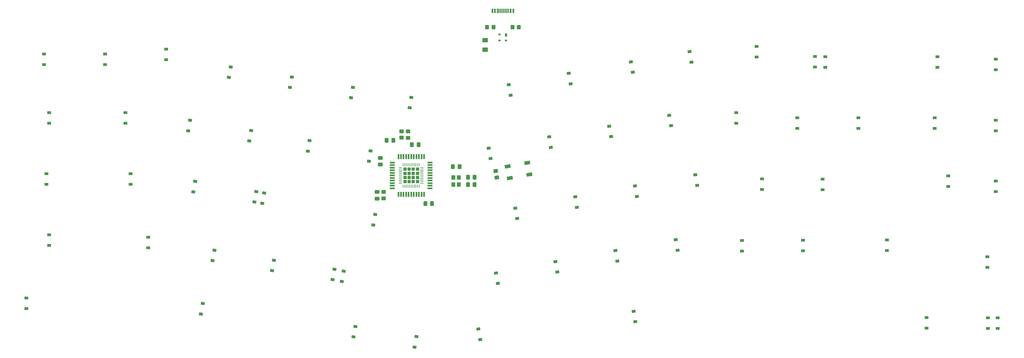
<source format=gbr>
%TF.GenerationSoftware,KiCad,Pcbnew,(6.0.1)*%
%TF.CreationDate,2022-01-26T13:37:34+07:00*%
%TF.ProjectId,Maja V1 PCB Redesign,4d616a61-2056-4312-9050-434220526564,rev?*%
%TF.SameCoordinates,Original*%
%TF.FileFunction,Paste,Bot*%
%TF.FilePolarity,Positive*%
%FSLAX46Y46*%
G04 Gerber Fmt 4.6, Leading zero omitted, Abs format (unit mm)*
G04 Created by KiCad (PCBNEW (6.0.1)) date 2022-01-26 13:37:34*
%MOMM*%
%LPD*%
G01*
G04 APERTURE LIST*
G04 Aperture macros list*
%AMRoundRect*
0 Rectangle with rounded corners*
0 $1 Rounding radius*
0 $2 $3 $4 $5 $6 $7 $8 $9 X,Y pos of 4 corners*
0 Add a 4 corners polygon primitive as box body*
4,1,4,$2,$3,$4,$5,$6,$7,$8,$9,$2,$3,0*
0 Add four circle primitives for the rounded corners*
1,1,$1+$1,$2,$3*
1,1,$1+$1,$4,$5*
1,1,$1+$1,$6,$7*
1,1,$1+$1,$8,$9*
0 Add four rect primitives between the rounded corners*
20,1,$1+$1,$2,$3,$4,$5,0*
20,1,$1+$1,$4,$5,$6,$7,0*
20,1,$1+$1,$6,$7,$8,$9,0*
20,1,$1+$1,$8,$9,$2,$3,0*%
%AMRotRect*
0 Rectangle, with rotation*
0 The origin of the aperture is its center*
0 $1 length*
0 $2 width*
0 $3 Rotation angle, in degrees counterclockwise*
0 Add horizontal line*
21,1,$1,$2,0,0,$3*%
G04 Aperture macros list end*
%ADD10RoundRect,0.250000X-0.275000X0.275000X-0.275000X-0.275000X0.275000X-0.275000X0.275000X0.275000X0*%
%ADD11RoundRect,0.062500X-0.062500X0.475000X-0.062500X-0.475000X0.062500X-0.475000X0.062500X0.475000X0*%
%ADD12RoundRect,0.062500X-0.475000X0.062500X-0.475000X-0.062500X0.475000X-0.062500X0.475000X0.062500X0*%
%ADD13R,0.500000X1.500000*%
%ADD14R,1.500000X0.500000*%
%ADD15R,0.600000X1.450000*%
%ADD16R,0.300000X1.450000*%
%ADD17RotRect,0.900000X1.200000X80.000000*%
%ADD18RoundRect,0.250000X-0.350000X-0.450000X0.350000X-0.450000X0.350000X0.450000X-0.350000X0.450000X0*%
%ADD19R,1.200000X0.900000*%
%ADD20RotRect,0.900000X1.200000X100.000000*%
%ADD21R,0.700000X1.000000*%
%ADD22R,0.700000X0.600000*%
%ADD23RoundRect,0.250000X-0.337500X-0.475000X0.337500X-0.475000X0.337500X0.475000X-0.337500X0.475000X0*%
%ADD24R,1.200000X1.400000*%
%ADD25RoundRect,0.250000X-0.450000X0.350000X-0.450000X-0.350000X0.450000X-0.350000X0.450000X0.350000X0*%
%ADD26RoundRect,0.250000X0.337500X0.475000X-0.337500X0.475000X-0.337500X-0.475000X0.337500X-0.475000X0*%
%ADD27RoundRect,0.250000X0.350000X0.450000X-0.350000X0.450000X-0.350000X-0.450000X0.350000X-0.450000X0*%
%ADD28RoundRect,0.250000X-0.475000X0.337500X-0.475000X-0.337500X0.475000X-0.337500X0.475000X0.337500X0*%
%ADD29RoundRect,0.250001X0.624999X-0.462499X0.624999X0.462499X-0.624999X0.462499X-0.624999X-0.462499X0*%
%ADD30RotRect,1.800000X1.100000X190.000000*%
%ADD31RoundRect,0.250000X0.450000X-0.350000X0.450000X0.350000X-0.450000X0.350000X-0.450000X-0.350000X0*%
%ADD32RoundRect,0.250000X0.503940X-0.266541X0.382387X0.422824X-0.503940X0.266541X-0.382387X-0.422824X0*%
%ADD33RoundRect,0.250000X0.475000X-0.337500X0.475000X0.337500X-0.475000X0.337500X-0.475000X-0.337500X0*%
G04 APERTURE END LIST*
D10*
%TO.C,U1*%
X185812497Y-136338756D03*
X185812497Y-137638756D03*
X184512497Y-135038756D03*
X181912497Y-135038756D03*
X185812497Y-133738756D03*
X184512497Y-136338756D03*
X183212497Y-135038756D03*
X183212497Y-136338756D03*
X183212497Y-137638756D03*
X185812497Y-135038756D03*
X181912497Y-133738756D03*
X181912497Y-137638756D03*
X184512497Y-137638756D03*
X184512497Y-133738756D03*
X181912497Y-136338756D03*
X183212497Y-133738756D03*
D11*
X181362497Y-132351256D03*
X181862497Y-132351256D03*
X182362497Y-132351256D03*
X182862497Y-132351256D03*
X183362497Y-132351256D03*
X183862497Y-132351256D03*
X184362497Y-132351256D03*
X184862497Y-132351256D03*
X185362497Y-132351256D03*
X185862497Y-132351256D03*
X186362497Y-132351256D03*
D12*
X187199997Y-133188756D03*
X187199997Y-133688756D03*
X187199997Y-134188756D03*
X187199997Y-134688756D03*
X187199997Y-135188756D03*
X187199997Y-135688756D03*
X187199997Y-136188756D03*
X187199997Y-136688756D03*
X187199997Y-137188756D03*
X187199997Y-137688756D03*
X187199997Y-138188756D03*
D11*
X186362497Y-139026256D03*
X185862497Y-139026256D03*
X185362497Y-139026256D03*
X184862497Y-139026256D03*
X184362497Y-139026256D03*
X183862497Y-139026256D03*
X183362497Y-139026256D03*
X182862497Y-139026256D03*
X182362497Y-139026256D03*
X181862497Y-139026256D03*
X181362497Y-139026256D03*
D12*
X180524997Y-138188756D03*
X180524997Y-137688756D03*
X180524997Y-137188756D03*
X180524997Y-136688756D03*
X180524997Y-136188756D03*
X180524997Y-135688756D03*
X180524997Y-135188756D03*
X180524997Y-134688756D03*
X180524997Y-134188756D03*
X180524997Y-133688756D03*
X180524997Y-133188756D03*
%TD*%
D13*
%TO.C,REF\u002A\u002A*%
X179862497Y-129788756D03*
X180662497Y-129788756D03*
X181462497Y-129788756D03*
X182262497Y-129788756D03*
X183062497Y-129788756D03*
X183862497Y-129788756D03*
X184662497Y-129788756D03*
X185462497Y-129788756D03*
X186262497Y-129788756D03*
X187062497Y-129788756D03*
X187862497Y-129788756D03*
D14*
X189762497Y-131688756D03*
X189762497Y-132488756D03*
X189762497Y-133288756D03*
X189762497Y-134088756D03*
X189762497Y-134888756D03*
X189762497Y-135688756D03*
X189762497Y-136488756D03*
X189762497Y-137288756D03*
X189762497Y-138088756D03*
X189762497Y-138888756D03*
X189762497Y-139688756D03*
D13*
X187862497Y-141588756D03*
X187062497Y-141588756D03*
X186262497Y-141588756D03*
X185462497Y-141588756D03*
X184662497Y-141588756D03*
X183862497Y-141588756D03*
X183062497Y-141588756D03*
X182262497Y-141588756D03*
X181462497Y-141588756D03*
X180662497Y-141588756D03*
X179862497Y-141588756D03*
D14*
X177962497Y-139688756D03*
X177962497Y-138888756D03*
X177962497Y-138088756D03*
X177962497Y-137288756D03*
X177962497Y-136488756D03*
X177962497Y-135688756D03*
X177962497Y-134888756D03*
X177962497Y-134088756D03*
X177962497Y-133288756D03*
X177962497Y-132488756D03*
X177962497Y-131688756D03*
%TD*%
D15*
%TO.C,J1*%
X209187499Y-84315000D03*
X209987499Y-84315000D03*
D16*
X211187499Y-84315000D03*
X212187499Y-84315000D03*
X212687499Y-84315000D03*
X213687499Y-84315000D03*
D15*
X215687499Y-84315000D03*
X214887499Y-84315000D03*
D16*
X214187499Y-84315000D03*
X213187499Y-84315000D03*
X211687499Y-84315000D03*
X210687499Y-84315000D03*
%TD*%
D17*
%TO.C,D36*%
X137407179Y-144376619D03*
X137980217Y-141126753D03*
%TD*%
D18*
%TO.C,R1*%
X215442140Y-89444821D03*
X217442140Y-89444821D03*
%TD*%
D19*
%TO.C,D59*%
X363577643Y-164373111D03*
X363577643Y-161073111D03*
%TD*%
D20*
%TO.C,D53*%
X229412762Y-165834490D03*
X228839724Y-162584624D03*
%TD*%
D21*
%TO.C,U2*%
X213417140Y-91907321D03*
D22*
X213417140Y-93607321D03*
X211417140Y-93607321D03*
X211417140Y-91707321D03*
%TD*%
D19*
%TO.C,D2*%
X88385500Y-101153344D03*
X88385500Y-97853344D03*
%TD*%
D20*
%TO.C,D11*%
X271234519Y-100334527D03*
X270661481Y-97084661D03*
%TD*%
D19*
%TO.C,D47*%
X101879250Y-158303344D03*
X101879250Y-155003344D03*
%TD*%
D20*
%TO.C,D25*%
X246163922Y-123549116D03*
X245590884Y-120299250D03*
%TD*%
D19*
%TO.C,D33*%
X96323000Y-138459594D03*
X96323000Y-135159594D03*
%TD*%
D20*
%TO.C,D10*%
X252978269Y-103509527D03*
X252405231Y-100259661D03*
%TD*%
D17*
%TO.C,D21*%
X151598981Y-128115777D03*
X152172019Y-124865911D03*
%TD*%
D19*
%TO.C,D17*%
X70923000Y-119409594D03*
X70923000Y-116109594D03*
%TD*%
%TO.C,D31*%
X366198000Y-121790844D03*
X366198000Y-118490844D03*
%TD*%
D17*
%TO.C,D48*%
X121888250Y-162247027D03*
X122461288Y-158997161D03*
%TD*%
D19*
%TO.C,D68*%
X366772296Y-183395817D03*
X366772296Y-180095817D03*
%TD*%
D17*
%TO.C,D22*%
X170648979Y-131290765D03*
X171222017Y-128040899D03*
%TD*%
D20*
%TO.C,D40*%
X254238589Y-142247874D03*
X253665551Y-138998008D03*
%TD*%
D17*
%TO.C,D37*%
X172010377Y-151144259D03*
X172583415Y-147894393D03*
%TD*%
D20*
%TO.C,D39*%
X235554710Y-145636143D03*
X234981672Y-142386277D03*
%TD*%
D19*
%TO.C,D3*%
X107435500Y-99565844D03*
X107435500Y-96265844D03*
%TD*%
%TO.C,D56*%
X287003998Y-159258804D03*
X287003998Y-155958804D03*
%TD*%
D17*
%TO.C,D4*%
X126992731Y-105097027D03*
X127565769Y-101847161D03*
%TD*%
%TO.C,D50*%
X159352815Y-168184927D03*
X159925853Y-164935061D03*
%TD*%
D19*
%TO.C,D66*%
X344554938Y-183299009D03*
X344554938Y-179999009D03*
%TD*%
D20*
%TO.C,D65*%
X253772019Y-181297027D03*
X253198981Y-178047161D03*
%TD*%
%TO.C,D26*%
X264884519Y-120178277D03*
X264311481Y-116928411D03*
%TD*%
D19*
%TO.C,D18*%
X94735500Y-119409594D03*
X94735500Y-116109594D03*
%TD*%
%TO.C,D27*%
X285235500Y-119409594D03*
X285235500Y-116109594D03*
%TD*%
%TO.C,D32*%
X70129250Y-138459594D03*
X70129250Y-135159594D03*
%TD*%
D20*
%TO.C,D24*%
X227426262Y-126926628D03*
X226853224Y-123676762D03*
%TD*%
%TO.C,D23*%
X208624063Y-130454729D03*
X208051025Y-127204863D03*
%TD*%
D19*
%TO.C,D12*%
X291585500Y-98772094D03*
X291585500Y-95472094D03*
%TD*%
%TO.C,D28*%
X304285500Y-120997094D03*
X304285500Y-117697094D03*
%TD*%
D20*
%TO.C,D9*%
X233576624Y-107099214D03*
X233003586Y-103849348D03*
%TD*%
%TO.C,D41*%
X273051544Y-138762799D03*
X272478506Y-135512933D03*
%TD*%
D17*
%TO.C,D63*%
X184936481Y-189234527D03*
X185509519Y-185984661D03*
%TD*%
D23*
%TO.C,C4*%
X188277374Y-144486581D03*
X190352374Y-144486581D03*
%TD*%
D19*
%TO.C,D58*%
X332260365Y-159145497D03*
X332260365Y-155845497D03*
%TD*%
D20*
%TO.C,D52*%
X210909519Y-169390777D03*
X210336481Y-166140911D03*
%TD*%
D19*
%TO.C,D44*%
X351318735Y-139104855D03*
X351318735Y-135804855D03*
%TD*%
%TO.C,D57*%
X306042839Y-159194265D03*
X306042839Y-155894265D03*
%TD*%
%TO.C,D42*%
X293234138Y-140048730D03*
X293234138Y-136748730D03*
%TD*%
D20*
%TO.C,D64*%
X205353269Y-186853277D03*
X204780231Y-183603411D03*
%TD*%
%TO.C,D38*%
X216870831Y-149121218D03*
X216297793Y-145871352D03*
%TD*%
%TO.C,D54*%
X248150423Y-162392440D03*
X247577385Y-159142574D03*
%TD*%
D23*
%TO.C,C2*%
X201543196Y-138526243D03*
X203618196Y-138526243D03*
%TD*%
D17*
%TO.C,D61*%
X118261481Y-178915777D03*
X118834519Y-175665911D03*
%TD*%
%TO.C,D5*%
X146042731Y-108272027D03*
X146615769Y-105022161D03*
%TD*%
D19*
%TO.C,D13*%
X309773782Y-101914337D03*
X309773782Y-98614337D03*
%TD*%
%TO.C,D14*%
X313016750Y-101947094D03*
X313016750Y-98647094D03*
%TD*%
%TO.C,D43*%
X312184238Y-140121335D03*
X312184238Y-136821335D03*
%TD*%
D17*
%TO.C,D49*%
X140486481Y-165422027D03*
X141059519Y-162172161D03*
%TD*%
D24*
%TO.C,Y1*%
X196968196Y-138506243D03*
X196968196Y-136306243D03*
X198668196Y-136306243D03*
X198668196Y-138506243D03*
%TD*%
D25*
%TO.C,R4*%
X180822219Y-121936994D03*
X180822219Y-123936994D03*
%TD*%
D19*
%TO.C,D15*%
X347941750Y-101947094D03*
X347941750Y-98647094D03*
%TD*%
D25*
%TO.C,R5*%
X182854092Y-121952993D03*
X182854092Y-123952993D03*
%TD*%
D17*
%TO.C,D7*%
X183348981Y-114622027D03*
X183922019Y-111372161D03*
%TD*%
D19*
%TO.C,D16*%
X366198000Y-102740844D03*
X366198000Y-99440844D03*
%TD*%
%TO.C,D67*%
X363722855Y-183395817D03*
X363722855Y-180095817D03*
%TD*%
D17*
%TO.C,D62*%
X165886481Y-186059527D03*
X166459519Y-182809661D03*
%TD*%
D26*
%TO.C,C6*%
X178254640Y-124732321D03*
X176179640Y-124732321D03*
%TD*%
D27*
%TO.C,R2*%
X209504640Y-89444821D03*
X207504640Y-89444821D03*
%TD*%
D28*
%TO.C,C8*%
X174267140Y-130244821D03*
X174267140Y-132319821D03*
%TD*%
D29*
%TO.C,F1*%
X206917140Y-96488571D03*
X206917140Y-93513571D03*
%TD*%
D17*
%TO.C,D51*%
X162224775Y-168798042D03*
X162797813Y-165548176D03*
%TD*%
D19*
%TO.C,D45*%
X366198000Y-140702181D03*
X366198000Y-137402181D03*
%TD*%
D26*
%TO.C,C3*%
X198927405Y-132960261D03*
X196852405Y-132960261D03*
%TD*%
D19*
%TO.C,D1*%
X69335500Y-101153344D03*
X69335500Y-97853344D03*
%TD*%
D17*
%TO.C,D34*%
X115880231Y-140815777D03*
X116453269Y-137565911D03*
%TD*%
D19*
%TO.C,D60*%
X63817827Y-177208496D03*
X63817827Y-173908496D03*
%TD*%
D17*
%TO.C,D19*%
X114292731Y-121765777D03*
X114865769Y-118515911D03*
%TD*%
D30*
%TO.C,S1*%
X220061294Y-131772116D03*
X213955486Y-132848735D03*
X220703792Y-135415905D03*
X214597984Y-136492524D03*
%TD*%
D17*
%TO.C,D6*%
X165092731Y-111447027D03*
X165665769Y-108197161D03*
%TD*%
D31*
%TO.C,R6*%
X175267140Y-142832321D03*
X175267140Y-140832321D03*
%TD*%
D23*
%TO.C,C5*%
X201543196Y-136256243D03*
X203618196Y-136256243D03*
%TD*%
D19*
%TO.C,D46*%
X70923000Y-157509594D03*
X70923000Y-154209594D03*
%TD*%
D32*
%TO.C,R3*%
X210590788Y-136317129D03*
X210243492Y-134347513D03*
%TD*%
D20*
%TO.C,D55*%
X266909597Y-159014928D03*
X266336559Y-155765062D03*
%TD*%
D17*
%TO.C,D35*%
X134930231Y-143990777D03*
X135503269Y-140740911D03*
%TD*%
D33*
%TO.C,C7*%
X173217140Y-142919821D03*
X173217140Y-140844821D03*
%TD*%
D19*
%TO.C,D29*%
X323324009Y-120997094D03*
X323324009Y-117697094D03*
%TD*%
%TO.C,D30*%
X347148000Y-120997094D03*
X347148000Y-117697094D03*
%TD*%
D17*
%TO.C,D20*%
X133342731Y-124940777D03*
X133915769Y-121690911D03*
%TD*%
D20*
%TO.C,D8*%
X214878269Y-110653277D03*
X214305231Y-107403411D03*
%TD*%
D26*
%TO.C,C1*%
X186154640Y-126132321D03*
X184079640Y-126132321D03*
%TD*%
M02*

</source>
